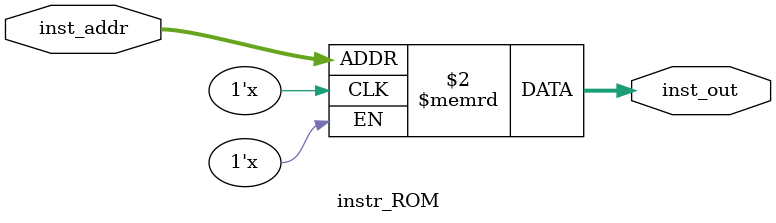
<source format=sv>
module instr_ROM #(parameter A=4, W=9) (
  input       [A-1:0] inst_addr,
  output logic[W-1:0] inst_out
  );

// need $readmemh or $readmemb to initialize all of the elements
// declare ROM array
  logic[W-1:0] inst_rom[2**(A)];
// read from it
  always_comb inst_out = inst_rom[inst_addr];

endmodule

</source>
